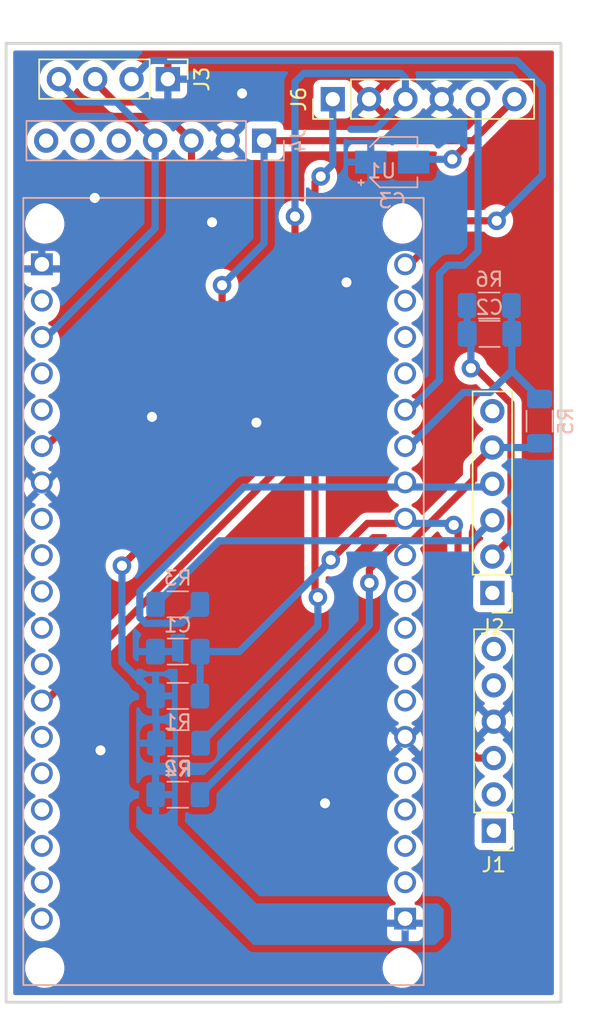
<source format=kicad_pcb>
(kicad_pcb (version 20241229) (generator "pcbnew") (generator_version "9.0")
  (layers (0 "F.Cu" signal) (2 "B.Cu" signal) (13 "F.Paste" user) (15 "B.Paste" user) (5 "F.SilkS" user "F.Silkscreen") (7 "B.SilkS" user "B.Silkscreen") (1 "F.Mask" user) (3 "B.Mask" user) (25 "Edge.Cuts" user))
  (net 0 "")
  (net 1 "GND")
  (net 2 "RAINFALL")
  (net 7 "WDIRECTION")
  (net 8 "Net-(J2-Pin_3)")
  (net 10 "WSPEED")
  (net 12 "5V")
  (net 18 "WSPEED_DIRECTION_PIN1")
  (net 29 "WSPEED_DIRECTION_PIN4")
  (net 41 "3V3")
  (net 42 "SCL")
  (net 43 "SDA")
  (net 46 "Net-(J6-Pin_1)")
  (net 47 "GP2Y_LED")
  (net 48 "GP2Y_ADC")
  (footprint "Connector_PinHeader_2.54mm:PinHeader_1x06_P2.54mm_Vertical" (layer "F.Cu") (at 101.94 85 90)
    (property "Reference" "J6" (at 0 -2.38 90) (layer "F.SilkS"))
    (property "Value" "GP2Y_PINOUT")
    (fp_line (start -1.38 -1.38) (end 0 -1.38) (stroke (width 0.12)) (layer "F.SilkS"))
    (fp_line (start -1.38 0) (end -1.38 -1.38) (stroke (width 0.12)) (layer "F.SilkS"))
    (fp_line (start 1.38 1.27) (end 1.38 14.08) (stroke (width 0.12)) (layer "F.SilkS"))
    (fp_line (start -1.38 1.27) (end 1.38 1.27) (stroke (width 0.12)) (layer "F.SilkS"))
    (fp_line (start -1.38 1.27) (end -1.38 14.08) (stroke (width 0.12)) (layer "F.SilkS"))
    (fp_line (start -1.38 14.08) (end 1.38 14.08) (stroke (width 0.12)) (layer "F.SilkS"))
    (pad "1" thru_hole rect (at 0 0 90) (size 1.7 1.7) (drill 1) (layers "*.Cu" "*.Mask") (net 46 "Net-(J6-Pin_1)"))
    (pad "2" thru_hole circle (at 0 2.54 90) (size 1.7 1.7) (drill 1) (layers "*.Cu" "*.Mask") (net 1 "GND"))
    (pad "3" thru_hole circle (at 0 5.08 90) (size 1.7 1.7) (drill 1) (layers "*.Cu" "*.Mask") (net 47 "GP2Y_LED"))
    (pad "4" thru_hole circle (at 0 7.62 90) (size 1.7 1.7) (drill 1) (layers "*.Cu" "*.Mask") (net 1 "GND"))
    (pad "5" thru_hole circle (at 0 10.16 90) (size 1.7 1.7) (drill 1) (layers "*.Cu" "*.Mask") (net 48 "GP2Y_ADC"))
    (pad "6" thru_hole circle (at 0 12.7 90) (size 1.7 1.7) (drill 1) (layers "*.Cu" "*.Mask") (net 12 "5V"))
  )
  (footprint "Connector_PinHeader_2.54mm:PinHeader_1x04_P2.54mm_Vertical" (layer "F.Cu") (at 90.41 83.6 -90)
    (property "Reference" "J3" (at 0 -2.38 270) (layer "F.SilkS"))
    (property "Value" "SHT21_PINOUT")
    (fp_line (start -1.38 9) (end 1.38 9) (stroke (width 0.12)) (layer "F.SilkS"))
    (fp_line (start -1.38 1.27) (end -1.38 9) (stroke (width 0.12)) (layer "F.SilkS"))
    (fp_line (start -1.38 1.27) (end 1.38 1.27) (stroke (width 0.12)) (layer "F.SilkS"))
    (fp_line (start 1.38 1.27) (end 1.38 9) (stroke (width 0.12)) (layer "F.SilkS"))
    (fp_line (start -1.38 0) (end -1.38 -1.38) (stroke (width 0.12)) (layer "F.SilkS"))
    (fp_line (start -1.38 -1.38) (end 0 -1.38) (stroke (width 0.12)) (layer "F.SilkS"))
    (pad "1" thru_hole rect (at 0 0 270) (size 1.7 1.7) (drill 1) (layers "*.Cu" "*.Mask") (net 1 "GND"))
    (pad "2" thru_hole circle (at 0 2.54 270) (size 1.7 1.7) (drill 1) (layers "*.Cu" "*.Mask") (net 41 "3V3"))
    (pad "3" thru_hole circle (at 0 5.08 270) (size 1.7 1.7) (drill 1) (layers "*.Cu" "*.Mask") (net 43 "SDA"))
    (pad "4" thru_hole circle (at 0 7.62 270) (size 1.7 1.7) (drill 1) (layers "*.Cu" "*.Mask") (net 42 "SCL"))
  )
  (footprint "Connector_PinHeader_2.54mm:PinHeader_1x06_P2.54mm_Vertical" (layer "F.Cu") (at 113.1 119.5 180)
    (property "Reference" "J2" (at 0 -2.38 180) (layer "F.SilkS"))
    (property "Value" "WIND_SENSOR")
    (fp_line (start 1.38 1.27) (end 1.38 14.08) (stroke (width 0.12)) (layer "F.SilkS"))
    (fp_line (start -1.38 14.08) (end 1.38 14.08) (stroke (width 0.12)) (layer "F.SilkS"))
    (fp_line (start -1.38 1.27) (end 1.38 1.27) (stroke (width 0.12)) (layer "F.SilkS"))
    (fp_line (start -1.38 1.27) (end -1.38 14.08) (stroke (width 0.12)) (layer "F.SilkS"))
    (fp_line (start -1.38 0) (end -1.38 -1.38) (stroke (width 0.12)) (layer "F.SilkS"))
    (fp_line (start -1.38 -1.38) (end 0 -1.38) (stroke (width 0.12)) (layer "F.SilkS"))
    (pad "1" thru_hole rect (at 0 0 180) (size 1.7 1.7) (drill 1) (layers "*.Cu" "*.Mask"))
    (pad "2" thru_hole circle (at 0 2.54 180) (size 1.7 1.7) (drill 1) (layers "*.Cu" "*.Mask") (net 18 "WSPEED_DIRECTION_PIN1"))
    (pad "3" thru_hole circle (at 0 5.08 180) (size 1.7 1.7) (drill 1) (layers "*.Cu" "*.Mask") (net 8 "Net-(J2-Pin_3)"))
    (pad "4" thru_hole circle (at 0 7.62 180) (size 1.7 1.7) (drill 1) (layers "*.Cu" "*.Mask") (net 10 "WSPEED"))
    (pad "5" thru_hole circle (at 0 10.16 180) (size 1.7 1.7) (drill 1) (layers "*.Cu" "*.Mask") (net 29 "WSPEED_DIRECTION_PIN4"))
    (pad "6" thru_hole circle (at 0 12.7 180) (size 1.7 1.7) (drill 1) (layers "*.Cu" "*.Mask"))
  )
  (footprint "Connector_PinHeader_2.54mm:PinHeader_1x06_P2.54mm_Vertical" (layer "F.Cu") (at 113.2 136.12 180)
    (property "Reference" "J1" (at 0 -2.38 180) (layer "F.SilkS"))
    (property "Value" "RAINFALL_SENSOR")
    (fp_line (start 1.38 1.27) (end 1.38 14.08) (stroke (width 0.12)) (layer "F.SilkS"))
    (fp_line (start -1.38 14.08) (end 1.38 14.08) (stroke (width 0.12)) (layer "F.SilkS"))
    (fp_line (start -1.38 1.27) (end 1.38 1.27) (stroke (width 0.12)) (layer "F.SilkS"))
    (fp_line (start -1.38 1.27) (end -1.38 14.08) (stroke (width 0.12)) (layer "F.SilkS"))
    (fp_line (start -1.38 0) (end -1.38 -1.38) (stroke (width 0.12)) (layer "F.SilkS"))
    (fp_line (start -1.38 -1.38) (end 0 -1.38) (stroke (width 0.12)) (layer "F.SilkS"))
    (pad "1" thru_hole rect (at 0 0 180) (size 1.7 1.7) (drill 1) (layers "*.Cu" "*.Mask"))
    (pad "2" thru_hole circle (at 0 2.54 180) (size 1.7 1.7) (drill 1) (layers "*.Cu" "*.Mask"))
    (pad "3" thru_hole circle (at 0 5.08 180) (size 1.7 1.7) (drill 1) (layers "*.Cu" "*.Mask") (net 2 "RAINFALL"))
    (pad "4" thru_hole circle (at 0 7.62 180) (size 1.7 1.7) (drill 1) (layers "*.Cu" "*.Mask") (net 1 "GND"))
    (pad "5" thru_hole circle (at 0 10.16 180) (size 1.7 1.7) (drill 1) (layers "*.Cu" "*.Mask"))
    (pad "6" thru_hole circle (at 0 12.7 180) (size 1.7 1.7) (drill 1) (layers "*.Cu" "*.Mask"))
  )
  (footprint "Capacitor_SMD:CP_Elec_3x5.3" (layer "B.Cu") (at 106.1 89.4)
    (property "Reference" "C3" (at 0 2.7 0) (layer "B.SilkS") (effects (justify mirror)))
    (property "Value" "C_Polarized")
    (fp_line (start -2.375 1.435) (end -2 1.435) (stroke (width 0.12)) (layer "B.SilkS"))
    (fp_line (start -2.1875 1.6225) (end -2.1875 1.2475) (stroke (width 0.12)) (layer "B.SilkS"))
    (fp_line (start -1.570563 -1.06) (end -0.870563 -1.76) (stroke (width 0.12)) (layer "B.SilkS"))
    (fp_line (start -1.570563 1.06) (end -0.870563 1.76) (stroke (width 0.12)) (layer "B.SilkS"))
    (fp_line (start -0.870563 -1.76) (end 1.76 -1.76) (stroke (width 0.12)) (layer "B.SilkS"))
    (fp_line (start -0.870563 1.76) (end 1.76 1.76) (stroke (width 0.12)) (layer "B.SilkS"))
    (fp_line (start 1.76 -1.76) (end 1.76 -1.06) (stroke (width 0.12)) (layer "B.SilkS"))
    (fp_line (start 1.76 1.76) (end 1.76 1.06) (stroke (width 0.12)) (layer "B.SilkS"))
    (pad "1" smd rect (at -1.5 0) (size 2.2 1.6) (layers "B.Cu" "B.Mask" "B.Paste") (net 1 "GND"))
    (pad "2" smd rect (at 1.5 0) (size 2.2 1.6) (layers "B.Cu" "B.Mask" "B.Paste") (net 12 "5V"))
  )
  (footprint "Resistor_SMD:R_1206_3216Metric_Pad1.30x1.75mm_HandSolder" (layer "B.Cu") (at 116.4 107.5 90)
    (property "Reference" "R5" (at 0 1.83 90) (layer "B.SilkS") (effects (justify mirror)))
    (property "Value" "10K")
    (fp_line (start -0.727064 -0.91) (end 0.727064 -0.91) (stroke (width 0.12)) (layer "B.SilkS"))
    (fp_line (start -0.727064 0.91) (end 0.727064 0.91) (stroke (width 0.12)) (layer "B.SilkS"))
    (pad "1" smd roundrect (at -1.55 0 90) (size 1.3 1.75) (layers "B.Cu" "B.Mask" "B.Paste") (roundrect_rratio 0.192308) (net 29 "WSPEED_DIRECTION_PIN4"))
    (pad "2" smd roundrect (at 1.55 0 90) (size 1.3 1.75) (layers "B.Cu" "B.Mask" "B.Paste") (roundrect_rratio 0.192308) (net 7 "WDIRECTION"))
  )
  (footprint "Capacitor_SMD:C_1206_3216Metric_Pad1.33x1.80mm_HandSolder" (layer "B.Cu") (at 91.1 123.6 180)
    (property "Reference" "C1" (at 0 1.85 0) (layer "B.SilkS") (effects (justify mirror)))
    (property "Value" "10pF")
    (fp_line (start -0.711252 0.91) (end 0.711252 0.91) (stroke (width 0.12)) (layer "B.SilkS"))
    (fp_line (start -0.711252 -0.91) (end 0.711252 -0.91) (stroke (width 0.12)) (layer "B.SilkS"))
    (pad "1" smd roundrect (at -1.5625 0 180) (size 1.325 1.8) (layers "B.Cu" "B.Mask" "B.Paste") (roundrect_rratio 0.188679) (net 2 "RAINFALL"))
    (pad "2" smd roundrect (at 1.5625 0 180) (size 1.325 1.8) (layers "B.Cu" "B.Mask" "B.Paste") (roundrect_rratio 0.188679) (net 1 "GND"))
  )
  (footprint "Resistor_SMD:R_1206_3216Metric_Pad1.30x1.75mm_HandSolder" (layer "B.Cu") (at 91.1 120.3 180)
    (property "Reference" "R3" (at 0 1.83 0) (layer "B.SilkS") (effects (justify mirror)))
    (property "Value" "10K")
    (fp_line (start -0.727064 0.91) (end 0.727064 0.91) (stroke (width 0.12)) (layer "B.SilkS"))
    (fp_line (start -0.727064 -0.91) (end 0.727064 -0.91) (stroke (width 0.12)) (layer "B.SilkS"))
    (pad "1" smd roundrect (at -1.55 0 180) (size 1.3 1.75) (layers "B.Cu" "B.Mask" "B.Paste") (roundrect_rratio 0.192308) (net 10 "WSPEED"))
    (pad "2" smd roundrect (at 1.55 0 180) (size 1.3 1.75) (layers "B.Cu" "B.Mask" "B.Paste") (roundrect_rratio 0.192308) (net 8 "Net-(J2-Pin_3)"))
  )
  (footprint "Resistor_SMD:R_1206_3216Metric_Pad1.30x1.75mm_HandSolder" (layer "B.Cu") (at 91.1 126.7)
    (property "Reference" "R1" (at 0 1.83 180) (layer "B.SilkS") (effects (justify mirror)))
    (property "Value" "100K")
    (fp_line (start -0.727064 -0.91) (end 0.727064 -0.91) (stroke (width 0.12)) (layer "B.SilkS"))
    (fp_line (start -0.727064 0.91) (end 0.727064 0.91) (stroke (width 0.12)) (layer "B.SilkS"))
    (pad "1" smd roundrect (at -1.55 0) (size 1.3 1.75) (layers "B.Cu" "B.Mask" "B.Paste") (roundrect_rratio 0.192308) (net 12 "5V"))
    (pad "2" smd roundrect (at 1.55 0) (size 1.3 1.75) (layers "B.Cu" "B.Mask" "B.Paste") (roundrect_rratio 0.192308) (net 2 "RAINFALL"))
  )
  (footprint "Capacitor_SMD:C_1206_3216Metric_Pad1.33x1.80mm_HandSolder" (layer "B.Cu") (at 112.9 101.4 180)
    (property "Reference" "C2" (at 0 1.85 0) (layer "B.SilkS") (effects (justify mirror)))
    (property "Value" "10pF")
    (fp_line (start -0.711252 0.91) (end 0.711252 0.91) (stroke (width 0.12)) (layer "B.SilkS"))
    (fp_line (start -0.711252 -0.91) (end 0.711252 -0.91) (stroke (width 0.12)) (layer "B.SilkS"))
    (pad "1" smd roundrect (at -1.5625 0 180) (size 1.325 1.8) (layers "B.Cu" "B.Mask" "B.Paste") (roundrect_rratio 0.188679) (net 7 "WDIRECTION"))
    (pad "2" smd roundrect (at 1.5625 0 180) (size 1.325 1.8) (layers "B.Cu" "B.Mask" "B.Paste") (roundrect_rratio 0.188679) (net 18 "WSPEED_DIRECTION_PIN1"))
  )
  (footprint "ESP32_NODEMCU:MODULE_ESP32_NODEMCU" (layer "B.Cu") (at 94.3 119.4 180)
    (property "Reference" "U1" (at -11.075 29.385 0) (layer "B.SilkS") (effects (justify mirror)))
    (property "Value" "ESP32_NODEMCU")
    (fp_line (start 14 27.5) (end 14 -27.5) (stroke (width 0.127)) (layer "B.SilkS"))
    (fp_line (start -14 27.5) (end 14 27.5) (stroke (width 0.127)) (layer "B.SilkS"))
    (fp_line (start -14 27.5) (end -14 -27.5) (stroke (width 0.127)) (layer "B.SilkS"))
    (fp_line (start -14 -27.5) (end 14 -27.5) (stroke (width 0.127)) (layer "B.SilkS"))
    (pad "" np_thru_hole circle (at -12.5 -26 180) (size 2.25 2.25) (drill 2.25) (layers "*.Cu" "*.Mask"))
    (pad "" np_thru_hole circle (at -12.5 26 180) (size 2.25 2.25) (drill 2.25) (layers "*.Cu" "*.Mask"))
    (pad "" np_thru_hole circle (at 12.5 -26 180) (size 2.25 2.25) (drill 2.25) (layers "*.Cu" "*.Mask"))
    (pad "" np_thru_hole circle (at 12.5 26 180) (size 2.25 2.25) (drill 2.25) (layers "*.Cu" "*.Mask"))
    (pad "J4_1" thru_hole rect (at 12.7 22.86 180) (size 1.53 1.53) (drill 1.02) (layers "*.Cu" "*.Mask") (net 1 "GND"))
    (pad "J4_2" thru_hole circle (at 12.7 20.32 180) (size 1.53 1.53) (drill 1.02) (layers "*.Cu" "*.Mask"))
    (pad "J4_3" thru_hole circle (at 12.7 17.78 180) (size 1.53 1.53) (drill 1.02) (layers "*.Cu" "*.Mask") (net 42 "SCL"))
    (pad "J4_4" thru_hole circle (at 12.7 15.24 180) (size 1.53 1.53) (drill 1.02) (layers "*.Cu" "*.Mask"))
    (pad "J4_5" thru_hole circle (at 12.7 12.7 180) (size 1.53 1.53) (drill 1.02) (layers "*.Cu" "*.Mask"))
    (pad "J4_6" thru_hole circle (at 12.7 10.16 180) (size 1.53 1.53) (drill 1.02) (layers "*.Cu" "*.Mask") (net 43 "SDA"))
    (pad "J4_7" thru_hole circle (at 12.7 7.62 180) (size 1.53 1.53) (drill 1.02) (layers "*.Cu" "*.Mask") (net 1 "GND"))
    (pad "J4_8" thru_hole circle (at 12.7 5.08 180) (size 1.53 1.53) (drill 1.02) (layers "*.Cu" "*.Mask"))
    (pad "J4_9" thru_hole circle (at 12.7 2.54 180) (size 1.53 1.53) (drill 1.02) (layers "*.Cu" "*.Mask"))
    (pad "J4_10" thru_hole circle (at 12.7 0 180) (size 1.53 1.53) (drill 1.02) (layers "*.Cu" "*.Mask"))
    (pad "J4_11" thru_hole circle (at 12.7 -2.54 180) (size 1.53 1.53) (drill 1.02) (layers "*.Cu" "*.Mask"))
    (pad "J4_12" thru_hole circle (at 12.7 -5.08 180) (size 1.53 1.53) (drill 1.02) (layers "*.Cu" "*.Mask"))
    (pad "J4_13" thru_hole circle (at 12.7 -7.62 180) (size 1.53 1.53) (drill 1.02) (layers "*.Cu" "*.Mask") (net 47 "GP2Y_LED"))
    (pad "J4_14" thru_hole circle (at 12.7 -10.16 180) (size 1.53 1.53) (drill 1.02) (layers "*.Cu" "*.Mask"))
    (pad "J4_15" thru_hole circle (at 12.7 -12.7 180) (size 1.53 1.53) (drill 1.02) (layers "*.Cu" "*.Mask"))
    (pad "J4_16" thru_hole circle (at 12.7 -15.24 180) (size 1.53 1.53) (drill 1.02) (layers "*.Cu" "*.Mask"))
    (pad "J4_17" thru_hole circle (at 12.7 -17.78 180) (size 1.53 1.53) (drill 1.02) (layers "*.Cu" "*.Mask"))
    (pad "J4_18" thru_hole circle (at 12.7 -20.32 180) (size 1.53 1.53) (drill 1.02) (layers "*.Cu" "*.Mask"))
    (pad "J4_19" thru_hole circle (at 12.7 -22.86 180) (size 1.53 1.53) (drill 1.02) (layers "*.Cu" "*.Mask"))
    (pad "J5_1" thru_hole rect (at -12.7 -22.86 180) (size 1.53 1.53) (drill 1.02) (layers "*.Cu" "*.Mask") (net 12 "5V"))
    (pad "J5_2" thru_hole circle (at -12.7 -20.32 180) (size 1.53 1.53) (drill 1.02) (layers "*.Cu" "*.Mask"))
    (pad "J5_3" thru_hole circle (at -12.7 -17.78 180) (size 1.53 1.53) (drill 1.02) (layers "*.Cu" "*.Mask"))
    (pad "J5_4" thru_hole circle (at -12.7 -15.24 180) (size 1.53 1.53) (drill 1.02) (layers "*.Cu" "*.Mask"))
    (pad "J5_5" thru_hole circle (at -12.7 -12.7 180) (size 1.53 1.53) (drill 1.02) (layers "*.Cu" "*.Mask"))
    (pad "J5_6" thru_hole circle (at -12.7 -10.16 180) (size 1.53 1.53) (drill 1.02) (layers "*.Cu" "*.Mask") (net 1 "GND"))
    (pad "J5_7" thru_hole circle (at -12.7 -7.62 180) (size 1.53 1.53) (drill 1.02) (layers "*.Cu" "*.Mask"))
    (pad "J5_8" thru_hole circle (at -12.7 -5.08 180) (size 1.53 1.53) (drill 1.02) (layers "*.Cu" "*.Mask"))
    (pad "J5_9" thru_hole circle (at -12.7 -2.54 180) (size 1.53 1.53) (drill 1.02) (layers "*.Cu" "*.Mask"))
    (pad "J5_10" thru_hole circle (at -12.7 0 180) (size 1.53 1.53) (drill 1.02) (layers "*.Cu" "*.Mask"))
    (pad "J5_11" thru_hole circle (at -12.7 2.54 180) (size 1.53 1.53) (drill 1.02) (layers "*.Cu" "*.Mask"))
    (pad "J5_12" thru_hole circle (at -12.7 5.08 180) (size 1.53 1.53) (drill 1.02) (layers "*.Cu" "*.Mask") (net 2 "RAINFALL"))
    (pad "J5_13" thru_hole circle (at -12.7 7.62 180) (size 1.53 1.53) (drill 1.02) (layers "*.Cu" "*.Mask") (net 10 "WSPEED"))
    (pad "J5_14" thru_hole circle (at -12.7 10.16 180) (size 1.53 1.53) (drill 1.02) (layers "*.Cu" "*.Mask") (net 7 "WDIRECTION"))
    (pad "J5_15" thru_hole circle (at -12.7 12.7 180) (size 1.53 1.53) (drill 1.02) (layers "*.Cu" "*.Mask") (net 48 "GP2Y_ADC"))
    (pad "J5_16" thru_hole circle (at -12.7 15.24 180) (size 1.53 1.53) (drill 1.02) (layers "*.Cu" "*.Mask"))
    (pad "J5_17" thru_hole circle (at -12.7 17.78 180) (size 1.53 1.53) (drill 1.02) (layers "*.Cu" "*.Mask"))
    (pad "J5_18" thru_hole circle (at -12.7 20.32 180) (size 1.53 1.53) (drill 1.02) (layers "*.Cu" "*.Mask"))
    (pad "J5_19" thru_hole circle (at -12.7 22.86 180) (size 1.53 1.53) (drill 1.02) (layers "*.Cu" "*.Mask") (net 41 "3V3"))
  )
  (footprint "Resistor_SMD:R_1206_3216Metric_Pad1.30x1.75mm_HandSolder" (layer "B.Cu") (at 91.1 133.6 180)
    (property "Reference" "R2" (at 0 1.83 0) (layer "B.SilkS") (effects (justify mirror)))
    (property "Value" "10K")
    (fp_line (start -0.727064 0.91) (end 0.727064 0.91) (stroke (width 0.12)) (layer "B.SilkS"))
    (fp_line (start -0.727064 -0.91) (end 0.727064 -0.91) (stroke (width 0.12)) (layer "B.SilkS"))
    (pad "1" smd roundrect (at -1.55 0 180) (size 1.3 1.75) (layers "B.Cu" "B.Mask" "B.Paste") (roundrect_rratio 0.192308) (net 29 "WSPEED_DIRECTION_PIN4"))
    (pad "2" smd roundrect (at 1.55 0 180) (size 1.3 1.75) (layers "B.Cu" "B.Mask" "B.Paste") (roundrect_rratio 0.192308) (net 12 "5V"))
  )
  (footprint "Resistor_SMD:R_1206_3216Metric_Pad1.30x1.75mm_HandSolder" (layer "B.Cu") (at 91.15 130)
    (property "Reference" "R4" (at 0 1.83 180) (layer "B.SilkS") (effects (justify mirror)))
    (property "Value" "150")
    (fp_line (start -0.727064 -0.91) (end 0.727064 -0.91) (stroke (width 0.12)) (layer "B.SilkS"))
    (fp_line (start -0.727064 0.91) (end 0.727064 0.91) (stroke (width 0.12)) (layer "B.SilkS"))
    (pad "1" smd roundrect (at -1.55 0) (size 1.3 1.75) (layers "B.Cu" "B.Mask" "B.Paste") (roundrect_rratio 0.192308) (net 12 "5V"))
    (pad "2" smd roundrect (at 1.55 0) (size 1.3 1.75) (layers "B.Cu" "B.Mask" "B.Paste") (roundrect_rratio 0.192308) (net 46 "Net-(J6-Pin_1)"))
  )
  (footprint "Resistor_SMD:R_1206_3216Metric_Pad1.30x1.75mm_HandSolder" (layer "B.Cu") (at 112.88 99.42 180)
    (property "Reference" "R6" (at 0 1.83 0) (layer "B.SilkS") (effects (justify mirror)))
    (property "Value" "10K")
    (fp_line (start -0.727064 0.91) (end 0.727064 0.91) (stroke (width 0.12)) (layer "B.SilkS"))
    (fp_line (start -0.727064 -0.91) (end 0.727064 -0.91) (stroke (width 0.12)) (layer "B.SilkS"))
    (pad "1" smd roundrect (at -1.55 0 180) (size 1.3 1.75) (layers "B.Cu" "B.Mask" "B.Paste") (roundrect_rratio 0.192308) (net 7 "WDIRECTION"))
    (pad "2" smd roundrect (at 1.55 0 180) (size 1.3 1.75) (layers "B.Cu" "B.Mask" "B.Paste") (roundrect_rratio 0.192308) (net 18 "WSPEED_DIRECTION_PIN1"))
  )
  (footprint "Connector_PinHeader_2.54mm:PinHeader_1x07_P2.54mm_Vertical" (layer "B.Cu") (at 97.14 87.9 90)
    (property "Reference" "J4" (at 0 2.38 90) (layer "B.SilkS") (effects (justify mirror)))
    (property "Value" "MS5611_PINOUT")
    (fp_line (start -1.38 -16.62) (end 1.38 -16.62) (stroke (width 0.12)) (layer "B.SilkS"))
    (fp_line (start 1.38 -1.27) (end 1.38 -16.62) (stroke (width 0.12)) (layer "B.SilkS"))
    (fp_line (start -1.38 -1.27) (end -1.38 -16.62) (stroke (width 0.12)) (layer "B.SilkS"))
    (fp_line (start -1.38 -1.27) (end 1.38 -1.27) (stroke (width 0.12)) (layer "B.SilkS"))
    (fp_line (start -1.38 0) (end -1.38 1.38) (stroke (width 0.12)) (layer "B.SilkS"))
    (fp_line (start -1.38 1.38) (end 0 1.38) (stroke (width 0.12)) (layer "B.SilkS"))
    (pad "1" thru_hole rect (at 0 0 90) (size 1.7 1.7) (drill 1) (layers "*.Cu" "*.Mask") (net 12 "5V"))
    (pad "2" thru_hole circle (at 0 -2.54 90) (size 1.7 1.7) (drill 1) (layers "*.Cu" "*.Mask") (net 1 "GND"))
    (pad "3" thru_hole circle (at 0 -5.08 90) (size 1.7 1.7) (drill 1) (layers "*.Cu" "*.Mask") (net 43 "SDA"))
    (pad "4" thru_hole circle (at 0 -7.62 90) (size 1.7 1.7) (drill 1) (layers "*.Cu" "*.Mask") (net 42 "SCL"))
    (pad "5" thru_hole circle (at 0 -10.16 90) (size 1.7 1.7) (drill 1) (layers "*.Cu" "*.Mask"))
    (pad "6" thru_hole circle (at 0 -12.7 90) (size 1.7 1.7) (drill 1) (layers "*.Cu" "*.Mask"))
    (pad "7" thru_hole circle (at 0 -15.24 90) (size 1.7 1.7) (drill 1) (layers "*.Cu" "*.Mask"))
  )
  (gr_rect (start 79.097122 81.1) (end 117.9 148.1) (stroke (width 0.2)) (fill no) (layer "Edge.Cuts"))
  (segment (start 90.41 83.6) (end 90.41 83.71) (width 0.5) (layer "F.Cu") (net 1))
  (via (at 96.6 107.6) (size 1.3) (drill 0.7) (layers "F.Cu" "B.Cu") (net 1))
  (via (at 93.5 93.6) (size 1.3) (drill 0.7) (layers "F.Cu" "B.Cu") (net 1))
  (via (at 85.3 91.9) (size 1.3) (drill 0.7) (layers "F.Cu" "B.Cu") (net 1))
  (via (at 101.4 134.2) (size 1.3) (drill 0.7) (layers "F.Cu" "B.Cu") (net 1))
  (via (at 89.3 107.2) (size 1.3) (drill 0.7) (layers "F.Cu" "B.Cu") (net 1))
  (via (at 85.7 130.5) (size 1.3) (drill 0.7) (layers "F.Cu" "B.Cu") (net 1))
  (via (at 95.6 84.6) (size 1.3) (drill 0.7) (layers "F.Cu" "B.Cu") (net 1))
  (via (at 102.9 97.8) (size 1.3) (drill 0.7) (layers "F.Cu" "B.Cu") (net 1))
  (segment (start 110.7 129.7) (end 112.04 131.04) (width 0.5) (layer "F.Cu") (net 2))
  (segment (start 104.36 114.64) (end 107 114.64) (width 0.5) (layer "F.Cu") (net 2))
  (segment (start 101.8 117.2) (end 104.36 114.64) (width 0.5) (layer "F.Cu") (net 2))
  (segment (start 112.04 131.04) (end 113.2 131.04) (width 0.5) (layer "F.Cu") (net 2))
  (segment (start 110.4 114.756) (end 110.7 115.056) (width 0.5) (layer "F.Cu") (net 2))
  (segment (start 110.7 115.056) (end 110.7 129.7) (width 0.5) (layer "F.Cu") (net 2))
  (via (at 101.8 117.2) (size 1.3) (drill 0.7) (layers "F.Cu" "B.Cu") (net 2))
  (via (at 110.4 114.756) (size 1.3) (drill 0.7) (layers "F.Cu" "B.Cu") (net 2))
  (segment (start 92.6625 123.6) (end 92.6625 126.6875) (width 0.5) (layer "B.Cu") (net 2))
  (segment (start 92.6625 123.6) (end 95.4 123.6) (width 0.5) (layer "B.Cu") (net 2))
  (segment (start 107 114.64) (end 110.284 114.64) (width 0.5) (layer "B.Cu") (net 2))
  (segment (start 92.6625 126.6875) (end 92.65 126.7) (width 0.5) (layer "B.Cu") (net 2))
  (segment (start 95.4 123.6) (end 101.8 117.2) (width 0.5) (layer "B.Cu") (net 2))
  (segment (start 110.284 114.64) (end 110.4 114.756) (width 0.5) (layer "B.Cu") (net 2))
  (segment (start 114.43 99.42) (end 114.43 101.3675) (width 0.5) (layer "B.Cu") (net 7))
  (segment (start 112.926 105.499) (end 114.4625 103.9625) (width 0.5) (layer "B.Cu") (net 7))
  (segment (start 116.4 105.9) (end 114.4625 103.9625) (width 0.5) (layer "B.Cu") (net 7))
  (segment (start 107 109.56) (end 111.061 105.499) (width 0.5) (layer "B.Cu") (net 7))
  (segment (start 114.4625 103.9625) (end 114.4625 101.4) (width 0.5) (layer "B.Cu") (net 7))
  (segment (start 116.4 105.95) (end 116.4 105.9) (width 0.5) (layer "B.Cu") (net 7))
  (segment (start 111.061 105.499) (end 112.926 105.499) (width 0.5) (layer "B.Cu") (net 7))
  (segment (start 114.43 101.3675) (end 114.4625 101.4) (width 0.5) (layer "B.Cu") (net 7))
  (segment (start 111.664 115.856) (end 113.1 114.42) (width 0.5) (layer "B.Cu") (net 8))
  (segment (start 93.994 115.856) (end 111.664 115.856) (width 0.5) (layer "B.Cu") (net 8))
  (segment (start 89.55 120.3) (end 93.994 115.856) (width 0.5) (layer "B.Cu") (net 8))
  (segment (start 88.449 119.377708) (end 95.726708 112.1) (width 0.5) (layer "B.Cu") (net 10))
  (segment (start 95.726708 112.1) (end 107 112.1) (width 0.5) (layer "B.Cu") (net 10))
  (segment (start 107 112.1) (end 112.88 112.1) (width 0.5) (layer "B.Cu") (net 10))
  (segment (start 112.88 112.1) (end 113.1 111.88) (width 0.5) (layer "B.Cu") (net 10))
  (segment (start 88.449 121.222292) (end 88.449 119.377708) (width 0.5) (layer "B.Cu") (net 10))
  (segment (start 92.65 120.3) (end 91.324 121.626) (width 0.5) (layer "B.Cu") (net 10))
  (segment (start 88.852708 121.626) (end 88.449 121.222292) (width 0.5) (layer "B.Cu") (net 10))
  (segment (start 91.324 121.626) (end 88.852708 121.626) (width 0.5) (layer "B.Cu") (net 10))
  (segment (start 111.1 87.9) (end 111.74 87.9) (width 0.5) (layer "F.Cu") (net 12))
  (segment (start 97.14 87.9) (end 111.1 87.9) (width 0.5) (layer "F.Cu") (net 12))
  (segment (start 94.2 98) (end 94.2 110.6) (width 0.5) (layer "F.Cu") (net 12))
  (segment (start 111.1 87.9) (end 111.1 88.4) (width 0.5) (layer "F.Cu") (net 12))
  (segment (start 94.2 110.6) (end 87.2 117.6) (width 0.5) (layer "F.Cu") (net 12))
  (segment (start 111.74 87.9) (end 114.64 85) (width 0.5) (layer "F.Cu") (net 12))
  (segment (start 111.1 88.4) (end 110.3 89.2) (width 0.5) (layer "F.Cu") (net 12))
  (via (at 87.2 117.6) (size 1.3) (drill 0.7) (layers "F.Cu" "B.Cu") (net 12))
  (via (at 110.3 89.2) (size 1.3) (drill 0.7) (layers "F.Cu" "B.Cu") (net 12))
  (via (at 94.2 98) (size 1.3) (drill 0.7) (layers "F.Cu" "B.Cu") (net 12))
  (segment (start 97.14 95.06) (end 94.2 98) (width 0.5) (layer "B.Cu") (net 12))
  (segment (start 107.8 89.2) (end 107.6 89.4) (width 0.5) (layer "B.Cu") (net 12))
  (segment (start 87.2 124.35) (end 89.55 126.7) (width 0.5) (layer "B.Cu") (net 12))
  (segment (start 87.2 117.6) (end 87.2 124.35) (width 0.5) (layer "B.Cu") (net 12))
  (segment (start 97.14 87.9) (end 97.14 95.06) (width 0.5) (layer "B.Cu") (net 12))
  (segment (start 110.3 89.2) (end 107.8 89.2) (width 0.5) (layer "B.Cu") (net 12))
  (segment (start 111.939892 103.8) (end 111.6 103.8) (width 0.5) (layer "F.Cu") (net 18))
  (segment (start 114.401 106.261108) (end 111.939892 103.8) (width 0.5) (layer "F.Cu") (net 18))
  (segment (start 114.401 115.659) (end 114.401 106.261108) (width 0.5) (layer "F.Cu") (net 18))
  (segment (start 113.1 116.96) (end 114.401 115.659) (width 0.5) (layer "F.Cu") (net 18))
  (via (at 111.6 103.8) (size 1.3) (drill 0.7) (layers "F.Cu" "B.Cu") (net 18))
  (segment (start 111.6 101.6625) (end 111.3375 101.4) (width 0.5) (layer "B.Cu") (net 18))
  (segment (start 111.6 103.8) (end 111.6 101.6625) (width 0.5) (layer "B.Cu") (net 18))
  (segment (start 111.33 101.3925) (end 111.3375 101.4) (width 0.5) (layer "B.Cu") (net 18))
  (segment (start 111.33 99.42) (end 111.33 101.3925) (width 0.5) (layer "B.Cu") (net 18))
  (segment (start 107.503684 115.856) (end 111.799 111.560684) (width 0.5) (layer "F.Cu") (net 29))
  (segment (start 111.799 111.560684) (end 111.799 110.641) (width 0.5) (layer "F.Cu") (net 29))
  (segment (start 106.496316 115.856) (end 107.503684 115.856) (width 0.5) (layer "F.Cu") (net 29))
  (segment (start 104.5 118.8) (end 104.5 117.852316) (width 0.5) (layer "F.Cu") (net 29))
  (segment (start 111.799 110.641) (end 113.1 109.34) (width 0.5) (layer "F.Cu") (net 29))
  (segment (start 104.5 117.852316) (end 106.496316 115.856) (width 0.5) (layer "F.Cu") (net 29))
  (via (at 104.5 118.8) (size 1.3) (drill 0.7) (layers "F.Cu" "B.Cu") (net 29))
  (segment (start 104.5 121.75) (end 104.5 118.8) (width 0.5) (layer "B.Cu") (net 29))
  (segment (start 92.65 133.6) (end 104.5 121.75) (width 0.5) (layer "B.Cu") (net 29))
  (segment (start 116.11 109.34) (end 116.4 109.05) (width 0.5) (layer "B.Cu") (net 29))
  (segment (start 113.1 109.34) (end 116.11 109.34) (width 0.5) (layer "B.Cu") (net 29))
  (segment (start 113.4 93.5) (end 110.36 93.5) (width 0.5) (layer "F.Cu") (net 41))
  (segment (start 110.36 93.5) (end 107 96.86) (width 0.5) (layer "F.Cu") (net 41))
  (via (at 113.4 93.5) (size 1.3) (drill 0.7) (layers "F.Cu" "B.Cu") (net 41))
  (segment (start 116.6 84.1) (end 116.6 85.8) (width 0.5) (layer "B.Cu") (net 41))
  (segment (start 114.799 82.299) (end 116.2 83.7) (width 0.5) (layer "B.Cu") (net 41))
  (segment (start 116.6 85.8) (end 116.6 90.3) (width 0.5) (layer "B.Cu") (net 41))
  (segment (start 116.2 83.7) (end 116.6 84.1) (width 0.5) (layer "B.Cu") (net 41))
  (segment (start 87.87 83.6) (end 89.171 82.299) (width 0.5) (layer "B.Cu") (net 41))
  (segment (start 116.6 90.3) (end 113.4 93.5) (width 0.5) (layer "B.Cu") (net 41))
  (segment (start 89.171 82.299) (end 114.799 82.299) (width 0.5) (layer "B.Cu") (net 41))
  (segment (start 89.52 87.9) (end 89.52 94.02) (width 0.5) (layer "B.Cu") (net 42))
  (segment (start 82.79 83.81) (end 84.18 85.2) (width 0.5) (layer "B.Cu") (net 42))
  (segment (start 82.79 83.6) (end 82.79 83.81) (width 0.5) (layer "B.Cu") (net 42))
  (segment (start 84.18 85.2) (end 86.82 85.2) (width 0.5) (layer "B.Cu") (net 42))
  (segment (start 89.52 94.02) (end 81.6 101.94) (width 0.5) (layer "B.Cu") (net 42))
  (segment (start 86.82 85.2) (end 89.52 87.9) (width 0.5) (layer "B.Cu") (net 42))
  (segment (start 85.33 83.6) (end 85.33 83.81) (width 0.5) (layer "F.Cu") (net 43))
  (segment (start 92.06 87.9) (end 92.06 99.1) (width 0.5) (layer "F.Cu") (net 43))
  (segment (start 86.72 85.2) (end 89.36 85.2) (width 0.5) (layer "F.Cu") (net 43))
  (segment (start 92.06 99.1) (end 81.6 109.56) (width 0.5) (layer "F.Cu") (net 43))
  (segment (start 85.33 83.81) (end 86.72 85.2) (width 0.5) (layer "F.Cu") (net 43))
  (segment (start 89.36 85.2) (end 92.06 87.9) (width 0.5) (layer "F.Cu") (net 43))
  (segment (start 100.699 90.801) (end 101.1 90.4) (width 0.5) (layer "F.Cu") (net 46))
  (segment (start 100.9 119.8) (end 100.699 119.599) (width 0.5) (layer "F.Cu") (net 46))
  (segment (start 100.699 119.599) (end 100.699 90.801) (width 0.5) (layer "F.Cu") (net 46))
  (via (at 100.9 119.8) (size 1.3) (drill 0.7) (layers "F.Cu" "B.Cu") (net 46))
  (via (at 101.1 90.4) (size 1.3) (drill 0.7) (layers "F.Cu" "B.Cu") (net 46))
  (segment (start 101.1 90.4) (end 101.94 89.56) (width 0.5) (layer "B.Cu") (net 46))
  (segment (start 100.9 121.8) (end 100.9 119.8) (width 0.5) (layer "B.Cu") (net 46))
  (segment (start 101.94 89.56) (end 101.94 85) (width 0.5) (layer "B.Cu") (net 46))
  (segment (start 92.7 130) (end 100.9 121.8) (width 0.5) (layer "B.Cu") (net 46))
  (segment (start 99.3 93.2) (end 99.3 109.64) (width 0.5) (layer "F.Cu") (net 47))
  (segment (start 99.3 109.64) (end 81.6 127.34) (width 0.5) (layer "F.Cu") (net 47))
  (via (at 99.3 93.2) (size 1.3) (drill 0.7) (layers "F.Cu" "B.Cu") (net 47))
  (segment (start 107.02 85) (end 107.02 83.52) (width 0.5) (layer "B.Cu") (net 47))
  (segment (start 99.3 83.8) (end 99.3 88.9) (width 0.5) (layer "B.Cu") (net 47))
  (segment (start 104.92 87.1) (end 103.2 87.1) (width 0.5) (layer "B.Cu") (net 47))
  (segment (start 99.3 88.9) (end 99.3 93.2) (width 0.5) (layer "B.Cu") (net 47))
  (segment (start 107.02 83.52) (end 106.7 83.2) (width 0.5) (layer "B.Cu") (net 47))
  (segment (start 107.02 85) (end 104.92 87.1) (width 0.5) (layer "B.Cu") (net 47))
  (segment (start 99.9 83.2) (end 99.3 83.8) (width 0.5) (layer "B.Cu") (net 47))
  (segment (start 106.7 83.2) (end 99.9 83.2) (width 0.5) (layer "B.Cu") (net 47))
  (segment (start 109.4 97.2) (end 109.4 104.62) (width 0.5) (layer "B.Cu") (net 48))
  (segment (start 111.126708 96.6) (end 110 96.6) (width 0.5) (layer "B.Cu") (net 48))
  (segment (start 112.1 85) (end 112.1 95.626708) (width 0.5) (layer "B.Cu") (net 48))
  (segment (start 109.4 104.62) (end 107 107.02) (width 0.5) (layer "B.Cu") (net 48))
  (segment (start 110 96.6) (end 109.4 97.2) (width 0.5) (layer "B.Cu") (net 48))
  (segment (start 112.1 95.626708) (end 111.126708 96.6) (width 0.5) (layer "B.Cu") (net 48))
  (zone (net 1) (net_name "GND") (layers "F.Cu" "B.Cu") (connect_pads (clearance 0.5)) (min_thickness 0.25) (fill yes (thermal_gap 0.5) (thermal_bridge_width 0.5))
    (polygon (pts (xy 79.1 81.1) (xy 117.9 81.1) (xy 117.9 148.1) (xy 79.1 148.1)))
  )
  (zone (net 12) (net_name "5V") (layer "B.Cu") (priority 2) (connect_pads (clearance 0.5)) (min_thickness 0.25) (fill yes (thermal_gap 0.5) (thermal_bridge_width 0.5))
    (polygon (pts (xy 91.1 135.7) (xy 96.6 141.2) (xy 109.3 141.2) (xy 109.7 141.6) (xy 109.7 143.5) (xy 109.1 144.1) (xy 96.4 144.1) (xy 88.2 135.9) (xy 88.2 124.8) (xy 91.1 124.8)))
  )
)
</source>
